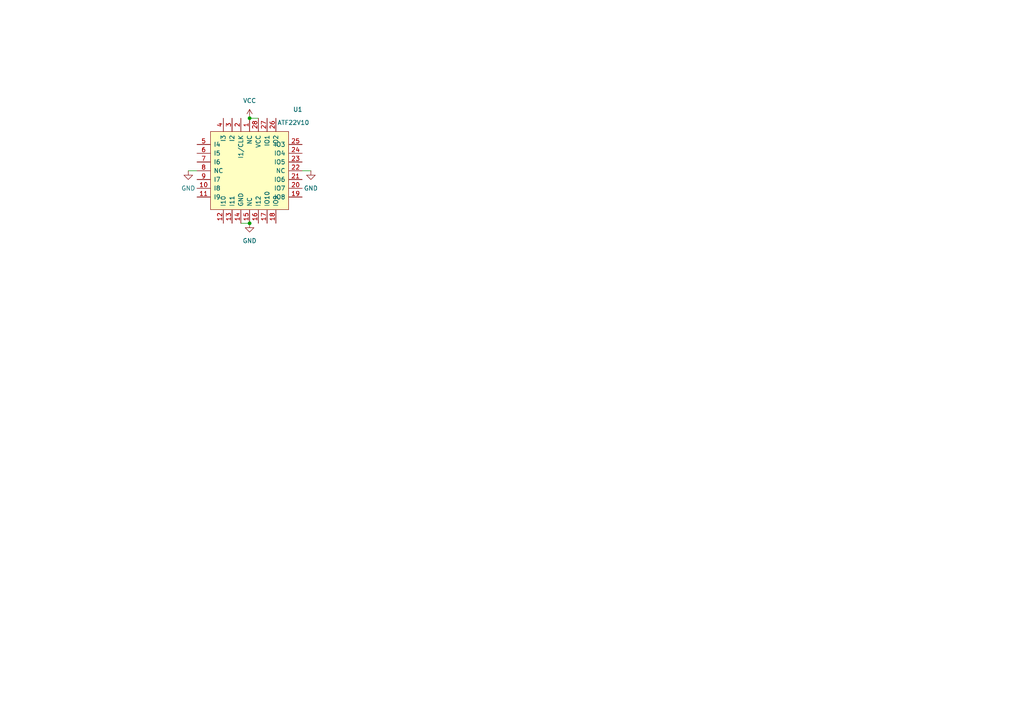
<source format=kicad_sch>
(kicad_sch (version 20231120) (generator "eeschema") (generator_version "8.0")
  (paper "A4")
  (lib_symbols
    (symbol "GALpowerup:ATF22V10" (pin_names (offset 1.016))
      (property "Reference" "U" (at -2.54 -2.54 0))
      (property "Value" "ATF22V10" (at -4.572 0 0))
      (symbol "ATF22V10_0_0"
        (pin input line (at -15.24 -5.08 0) (length 3.81) (name "I8") (number "10"))
        (pin tri_state line (at 15.24 -5.08 180) (length 3.81) (name "IO7") (number "20"))
      )
      (symbol "ATF22V10_0_1"
        (rectangle (start -11.3284 11.3792) (end 11.3284 -11.2776) (fill (type background)))
      )
      (symbol "ATF22V10_1_1"
        (pin bidirectional line (at 0 15.24 270) (length 3.81) (name "NC") (number "1"))
        (pin input line (at -15.24 -7.62 0) (length 3.81) (name "I9") (number "11"))
        (pin input line (at -7.62 -15.24 90) (length 3.81) (name "I10") (number "12"))
        (pin input line (at -5.08 -15.24 90) (length 3.81) (name "I11") (number "13"))
        (pin power_in line (at -2.54 -15.24 90) (length 3.81) (name "GND") (number "14"))
        (pin bidirectional line (at 0 -15.24 90) (length 3.81) (name "NC") (number "15"))
        (pin input line (at 2.54 -15.24 90) (length 3.81) (name "I12") (number "16"))
        (pin tri_state line (at 5.08 -15.24 90) (length 3.81) (name "IO10") (number "17"))
        (pin tri_state line (at 7.62 -15.24 90) (length 3.81) (name "IO9") (number "18"))
        (pin tri_state line (at 15.24 -7.62 180) (length 3.81) (name "IO8") (number "19"))
        (pin input line (at -2.54 15.24 270) (length 3.81) (name "I1/CLK") (number "2"))
        (pin tri_state line (at 15.24 -2.54 180) (length 3.81) (name "IO6") (number "21"))
        (pin bidirectional line (at 15.24 0 180) (length 3.81) (name "NC") (number "22"))
        (pin tri_state line (at 15.24 2.54 180) (length 3.81) (name "IO5") (number "23"))
        (pin tri_state line (at 15.24 5.08 180) (length 3.81) (name "IO4") (number "24"))
        (pin tri_state line (at 15.24 7.62 180) (length 3.81) (name "IO3") (number "25"))
        (pin tri_state line (at 7.62 15.24 270) (length 3.81) (name "IO2") (number "26"))
        (pin tri_state line (at 5.08 15.24 270) (length 3.81) (name "IO1") (number "27"))
        (pin power_in line (at 2.54 15.24 270) (length 3.81) (name "VCC") (number "28"))
        (pin input line (at -5.08 15.24 270) (length 3.81) (name "I2") (number "3"))
        (pin input line (at -7.62 15.24 270) (length 3.81) (name "I3") (number "4"))
        (pin input line (at -15.24 7.62 0) (length 3.81) (name "I4") (number "5"))
        (pin input line (at -15.24 5.08 0) (length 3.81) (name "I5") (number "6"))
        (pin input line (at -15.24 2.54 0) (length 3.81) (name "I6") (number "7"))
        (pin bidirectional line (at -15.24 0 0) (length 3.81) (name "NC") (number "8"))
        (pin input line (at -15.24 -2.54 0) (length 3.81) (name "I7") (number "9"))
      )
    )
    (symbol "power:GND" (power) (pin_numbers hide) (pin_names (offset 0) hide)
      (property "Value" "GND" (at 0 -3.81 0))
      (symbol "GND_0_1"
        (polyline (pts (xy 0 0) (xy 0 -1.27) (xy 1.27 -1.27) (xy 0 -2.54) (xy -1.27 -1.27) (xy 0 -1.27)))
      )
      (symbol "GND_1_1"
        (pin power_in line (at 0 0 270) (length 0) (name "~") (number "1"))
      )
    )
    (symbol "power:VCC" (power) (pin_numbers hide) (pin_names (offset 0) hide)
      (property "Value" "VCC" (at 0 3.556 0))
      (symbol "VCC_0_1"
        (polyline (pts (xy -0.762 1.27) (xy 0 2.54)))
        (polyline (pts (xy 0 0) (xy 0 2.54)))
        (polyline (pts (xy 0 2.54) (xy 0.762 1.27)))
      )
      (symbol "VCC_1_1"
        (pin power_in line (at 0 0 90) (length 0) (name "~") (number "1"))
      )
    )
  )
  (junction (at 72.39 34.29))
  (junction (at 72.39 64.77))
  (wire (pts (xy 69.85 64.77) (xy 72.39 64.77)))
  (wire (pts (xy 72.39 34.29) (xy 74.93 34.29)))
  (wire (pts (xy 87.63 49.53) (xy 90.17 49.53)))
  (wire (pts (xy 54.61 49.53) (xy 57.15 49.53)))
  (symbol (lib_id "power:VCC") (at 72.39 34.29 0) (unit 1)
    (property "Reference" "#PWR01" (effects (hide yes)))
    (property "Value" "VCC" (at 72.39 29.21 0))
    (property "Description" "Power symbol creates a global label with name \"VCC\"" (effects (hide yes)))
  )
  (symbol (lib_id "power:GND") (at 54.61 49.53 0) (unit 1)
    (property "Reference" "#PWR06" (effects (hide yes)))
    (property "Value" "GND" (at 54.61 54.61 0))
    (property "Description" "Power symbol creates a global label with name \"GND\" , ground" (effects (hide yes)))
  )
  (symbol (lib_id "power:GND") (at 72.39 64.77 0) (unit 1)
    (property "Reference" "#PWR04" (effects (hide yes)))
    (property "Value" "GND" (at 72.39 69.85 0))
    (property "Description" "Power symbol creates a global label with name \"GND\" , ground" (effects (hide yes)))
  )
  (symbol (lib_id "power:GND") (at 90.17 49.53 0) (unit 1)
    (property "Reference" "#PWR05" (effects (hide yes)))
    (property "Value" "GND" (at 90.17 54.61 0))
    (property "Description" "Power symbol creates a global label with name \"GND\" , ground" (effects (hide yes)))
  )
  (symbol (lib_id "GALpowerup:ATF22V10") (at 72.39 49.53 0) (unit 1)
    (property "Reference" "U1" (at 86.36 31.75 0))
    (property "Value" "ATF22V10" (at 85.09 35.56 0))
    (property "Footprint" "GALpowerup:APW9323" (effects (hide yes)))
  )
)
</source>
